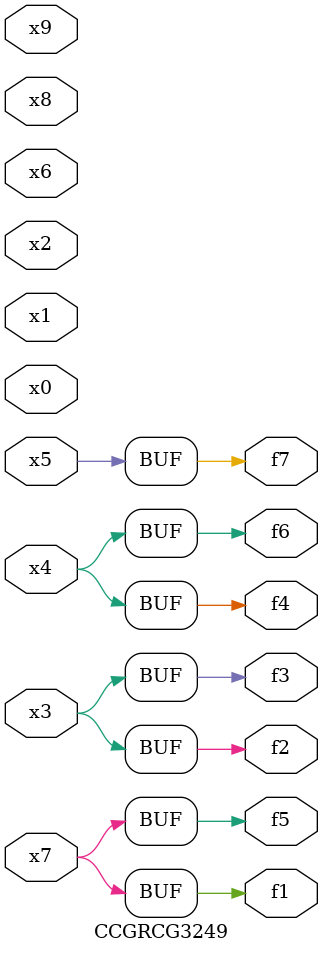
<source format=v>
module CCGRCG3249(
	input x0, x1, x2, x3, x4, x5, x6, x7, x8, x9,
	output f1, f2, f3, f4, f5, f6, f7
);
	assign f1 = x7;
	assign f2 = x3;
	assign f3 = x3;
	assign f4 = x4;
	assign f5 = x7;
	assign f6 = x4;
	assign f7 = x5;
endmodule

</source>
